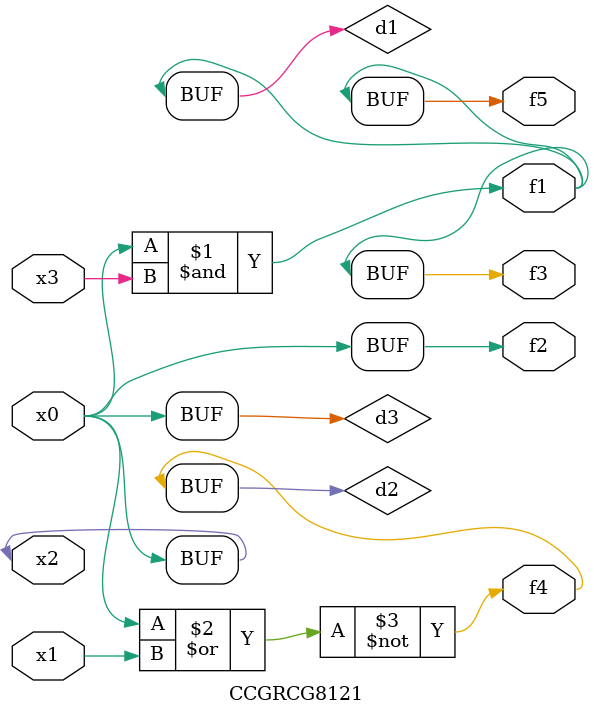
<source format=v>
module CCGRCG8121(
	input x0, x1, x2, x3,
	output f1, f2, f3, f4, f5
);

	wire d1, d2, d3;

	and (d1, x2, x3);
	nor (d2, x0, x1);
	buf (d3, x0, x2);
	assign f1 = d1;
	assign f2 = d3;
	assign f3 = d1;
	assign f4 = d2;
	assign f5 = d1;
endmodule

</source>
